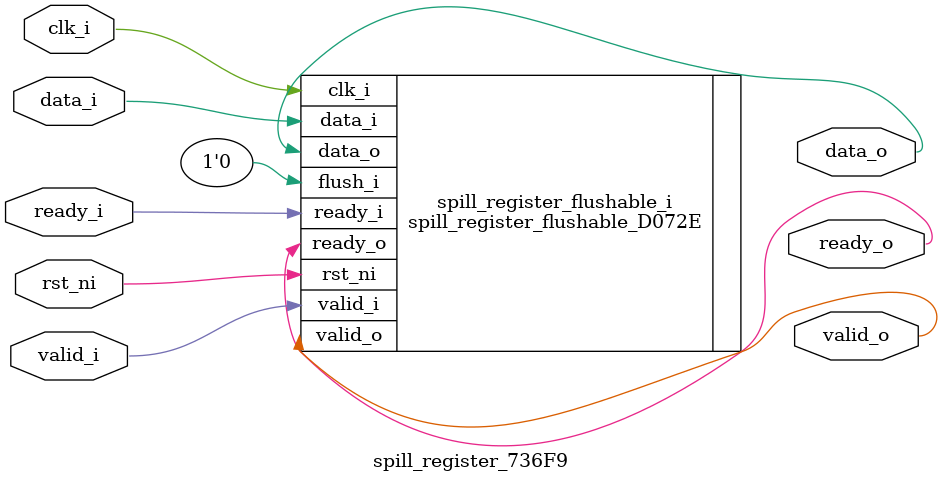
<source format=v>
module spill_register_736F9 (
	clk_i,
	rst_ni,
	valid_i,
	ready_o,
	data_i,
	valid_o,
	ready_i,
	data_o
);
	// Trace: vendor/pulp-platform/common_cells/src/spill_register.sv:18:18
	// removed localparam type T
	// Trace: vendor/pulp-platform/common_cells/src/spill_register.sv:19:13
	parameter [0:0] Bypass = 1'b0;
	// Trace: vendor/pulp-platform/common_cells/src/spill_register.sv:21:3
	input wire clk_i;
	// Trace: vendor/pulp-platform/common_cells/src/spill_register.sv:22:3
	input wire rst_ni;
	// Trace: vendor/pulp-platform/common_cells/src/spill_register.sv:23:3
	input wire valid_i;
	// Trace: vendor/pulp-platform/common_cells/src/spill_register.sv:24:3
	output wire ready_o;
	// Trace: vendor/pulp-platform/common_cells/src/spill_register.sv:25:3
	input wire data_i;
	// Trace: vendor/pulp-platform/common_cells/src/spill_register.sv:26:3
	output wire valid_o;
	// Trace: vendor/pulp-platform/common_cells/src/spill_register.sv:27:3
	input wire ready_i;
	// Trace: vendor/pulp-platform/common_cells/src/spill_register.sv:28:3
	output wire data_o;
	// Trace: vendor/pulp-platform/common_cells/src/spill_register.sv:31:3
	spill_register_flushable_D072E #(.Bypass(Bypass)) spill_register_flushable_i(
		.clk_i(clk_i),
		.rst_ni(rst_ni),
		.valid_i(valid_i),
		.flush_i(1'b0),
		.ready_o(ready_o),
		.data_i(data_i),
		.valid_o(valid_o),
		.ready_i(ready_i),
		.data_o(data_o)
	);
endmodule

</source>
